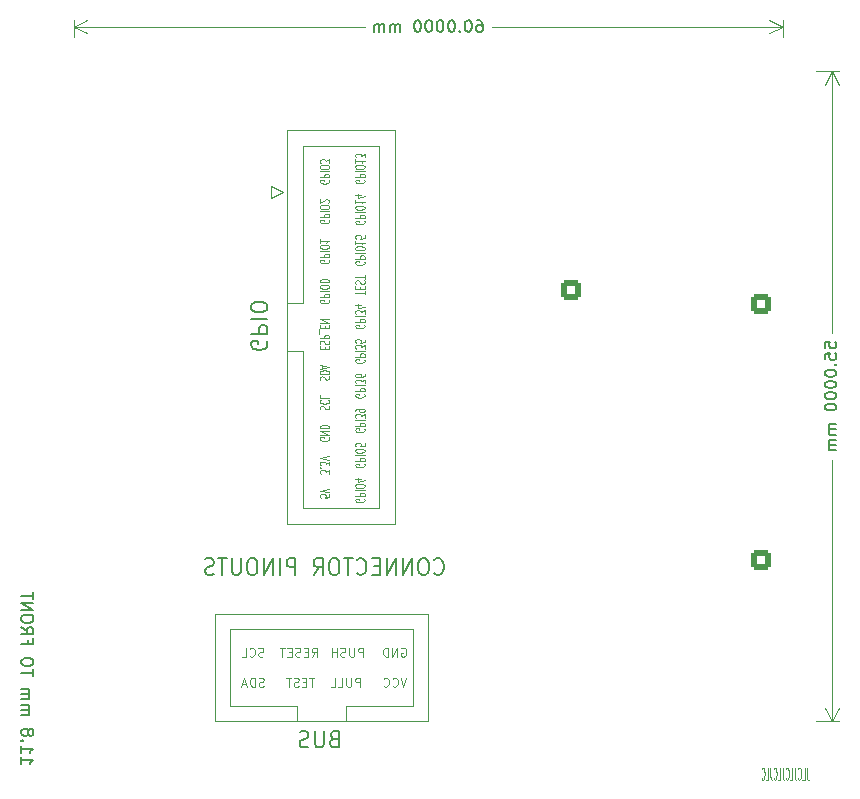
<source format=gbo>
%TF.GenerationSoftware,KiCad,Pcbnew,(6.0.4)*%
%TF.CreationDate,2022-04-04T21:54:52+02:00*%
%TF.ProjectId,MCU_INTERFACE_BOARD,4d43555f-494e-4544-9552-464143455f42,rev?*%
%TF.SameCoordinates,Original*%
%TF.FileFunction,Legend,Bot*%
%TF.FilePolarity,Positive*%
%FSLAX46Y46*%
G04 Gerber Fmt 4.6, Leading zero omitted, Abs format (unit mm)*
G04 Created by KiCad (PCBNEW (6.0.4)) date 2022-04-04 21:54:52*
%MOMM*%
%LPD*%
G01*
G04 APERTURE LIST*
G04 Aperture macros list*
%AMRoundRect*
0 Rectangle with rounded corners*
0 $1 Rounding radius*
0 $2 $3 $4 $5 $6 $7 $8 $9 X,Y pos of 4 corners*
0 Add a 4 corners polygon primitive as box body*
4,1,4,$2,$3,$4,$5,$6,$7,$8,$9,$2,$3,0*
0 Add four circle primitives for the rounded corners*
1,1,$1+$1,$2,$3*
1,1,$1+$1,$4,$5*
1,1,$1+$1,$6,$7*
1,1,$1+$1,$8,$9*
0 Add four rect primitives between the rounded corners*
20,1,$1+$1,$2,$3,$4,$5,0*
20,1,$1+$1,$4,$5,$6,$7,0*
20,1,$1+$1,$6,$7,$8,$9,0*
20,1,$1+$1,$8,$9,$2,$3,0*%
G04 Aperture macros list end*
%ADD10C,0.150000*%
%ADD11C,0.070000*%
%ADD12C,0.180000*%
%ADD13C,0.120000*%
%ADD14C,0.110000*%
%ADD15C,0.125000*%
%ADD16R,2.400000X2.400000*%
%ADD17C,2.400000*%
%ADD18C,5.600000*%
%ADD19R,1.700000X1.700000*%
%ADD20O,1.700000X1.700000*%
%ADD21RoundRect,0.250000X-0.600000X-0.600000X0.600000X-0.600000X0.600000X0.600000X-0.600000X0.600000X0*%
%ADD22C,1.700000*%
%ADD23RoundRect,0.250000X0.600000X0.600000X-0.600000X0.600000X-0.600000X-0.600000X0.600000X-0.600000X0*%
%ADD24C,1.600000*%
%ADD25O,1.600000X1.600000*%
%ADD26R,1.800000X1.800000*%
%ADD27C,1.800000*%
G04 APERTURE END LIST*
D10*
X104947619Y-132042857D02*
X104947619Y-132614285D01*
X104947619Y-132328571D02*
X105947619Y-132328571D01*
X105804761Y-132423809D01*
X105709523Y-132519047D01*
X105661904Y-132614285D01*
X104947619Y-131090476D02*
X104947619Y-131661904D01*
X104947619Y-131376190D02*
X105947619Y-131376190D01*
X105804761Y-131471428D01*
X105709523Y-131566666D01*
X105661904Y-131661904D01*
X105042857Y-130661904D02*
X104995238Y-130614285D01*
X104947619Y-130661904D01*
X104995238Y-130709523D01*
X105042857Y-130661904D01*
X104947619Y-130661904D01*
X105519047Y-130042857D02*
X105566666Y-130138095D01*
X105614285Y-130185714D01*
X105709523Y-130233333D01*
X105757142Y-130233333D01*
X105852380Y-130185714D01*
X105900000Y-130138095D01*
X105947619Y-130042857D01*
X105947619Y-129852380D01*
X105900000Y-129757142D01*
X105852380Y-129709523D01*
X105757142Y-129661904D01*
X105709523Y-129661904D01*
X105614285Y-129709523D01*
X105566666Y-129757142D01*
X105519047Y-129852380D01*
X105519047Y-130042857D01*
X105471428Y-130138095D01*
X105423809Y-130185714D01*
X105328571Y-130233333D01*
X105138095Y-130233333D01*
X105042857Y-130185714D01*
X104995238Y-130138095D01*
X104947619Y-130042857D01*
X104947619Y-129852380D01*
X104995238Y-129757142D01*
X105042857Y-129709523D01*
X105138095Y-129661904D01*
X105328571Y-129661904D01*
X105423809Y-129709523D01*
X105471428Y-129757142D01*
X105519047Y-129852380D01*
X104947619Y-128471428D02*
X105614285Y-128471428D01*
X105519047Y-128471428D02*
X105566666Y-128423809D01*
X105614285Y-128328571D01*
X105614285Y-128185714D01*
X105566666Y-128090476D01*
X105471428Y-128042857D01*
X104947619Y-128042857D01*
X105471428Y-128042857D02*
X105566666Y-127995238D01*
X105614285Y-127900000D01*
X105614285Y-127757142D01*
X105566666Y-127661904D01*
X105471428Y-127614285D01*
X104947619Y-127614285D01*
X104947619Y-127138095D02*
X105614285Y-127138095D01*
X105519047Y-127138095D02*
X105566666Y-127090476D01*
X105614285Y-126995238D01*
X105614285Y-126852380D01*
X105566666Y-126757142D01*
X105471428Y-126709523D01*
X104947619Y-126709523D01*
X105471428Y-126709523D02*
X105566666Y-126661904D01*
X105614285Y-126566666D01*
X105614285Y-126423809D01*
X105566666Y-126328571D01*
X105471428Y-126280952D01*
X104947619Y-126280952D01*
X105947619Y-125185714D02*
X105947619Y-124614285D01*
X104947619Y-124900000D02*
X105947619Y-124900000D01*
X105947619Y-124090476D02*
X105947619Y-123900000D01*
X105900000Y-123804761D01*
X105804761Y-123709523D01*
X105614285Y-123661904D01*
X105280952Y-123661904D01*
X105090476Y-123709523D01*
X104995238Y-123804761D01*
X104947619Y-123900000D01*
X104947619Y-124090476D01*
X104995238Y-124185714D01*
X105090476Y-124280952D01*
X105280952Y-124328571D01*
X105614285Y-124328571D01*
X105804761Y-124280952D01*
X105900000Y-124185714D01*
X105947619Y-124090476D01*
X105471428Y-122138095D02*
X105471428Y-122471428D01*
X104947619Y-122471428D02*
X105947619Y-122471428D01*
X105947619Y-121995238D01*
X104947619Y-121042857D02*
X105423809Y-121376190D01*
X104947619Y-121614285D02*
X105947619Y-121614285D01*
X105947619Y-121233333D01*
X105900000Y-121138095D01*
X105852380Y-121090476D01*
X105757142Y-121042857D01*
X105614285Y-121042857D01*
X105519047Y-121090476D01*
X105471428Y-121138095D01*
X105423809Y-121233333D01*
X105423809Y-121614285D01*
X105947619Y-120423809D02*
X105947619Y-120233333D01*
X105900000Y-120138095D01*
X105804761Y-120042857D01*
X105614285Y-119995238D01*
X105280952Y-119995238D01*
X105090476Y-120042857D01*
X104995238Y-120138095D01*
X104947619Y-120233333D01*
X104947619Y-120423809D01*
X104995238Y-120519047D01*
X105090476Y-120614285D01*
X105280952Y-120661904D01*
X105614285Y-120661904D01*
X105804761Y-120614285D01*
X105900000Y-120519047D01*
X105947619Y-120423809D01*
X104947619Y-119566666D02*
X105947619Y-119566666D01*
X104947619Y-118995238D01*
X105947619Y-118995238D01*
X105947619Y-118661904D02*
X105947619Y-118090476D01*
X104947619Y-118376190D02*
X105947619Y-118376190D01*
D11*
X171447619Y-132952380D02*
X171447619Y-133666666D01*
X171466666Y-133809523D01*
X171504761Y-133904761D01*
X171561904Y-133952380D01*
X171600000Y-133952380D01*
X171066666Y-133952380D02*
X171257142Y-133952380D01*
X171257142Y-132952380D01*
X170704761Y-133857142D02*
X170723809Y-133904761D01*
X170780952Y-133952380D01*
X170819047Y-133952380D01*
X170876190Y-133904761D01*
X170914285Y-133809523D01*
X170933333Y-133714285D01*
X170952380Y-133523809D01*
X170952380Y-133380952D01*
X170933333Y-133190476D01*
X170914285Y-133095238D01*
X170876190Y-133000000D01*
X170819047Y-132952380D01*
X170780952Y-132952380D01*
X170723809Y-133000000D01*
X170704761Y-133047619D01*
X170419047Y-132952380D02*
X170419047Y-133666666D01*
X170438095Y-133809523D01*
X170476190Y-133904761D01*
X170533333Y-133952380D01*
X170571428Y-133952380D01*
X170038095Y-133952380D02*
X170228571Y-133952380D01*
X170228571Y-132952380D01*
X169676190Y-133857142D02*
X169695238Y-133904761D01*
X169752380Y-133952380D01*
X169790476Y-133952380D01*
X169847619Y-133904761D01*
X169885714Y-133809523D01*
X169904761Y-133714285D01*
X169923809Y-133523809D01*
X169923809Y-133380952D01*
X169904761Y-133190476D01*
X169885714Y-133095238D01*
X169847619Y-133000000D01*
X169790476Y-132952380D01*
X169752380Y-132952380D01*
X169695238Y-133000000D01*
X169676190Y-133047619D01*
X169390476Y-132952380D02*
X169390476Y-133666666D01*
X169409523Y-133809523D01*
X169447619Y-133904761D01*
X169504761Y-133952380D01*
X169542857Y-133952380D01*
X169009523Y-133952380D02*
X169200000Y-133952380D01*
X169200000Y-132952380D01*
X168647619Y-133857142D02*
X168666666Y-133904761D01*
X168723809Y-133952380D01*
X168761904Y-133952380D01*
X168819047Y-133904761D01*
X168857142Y-133809523D01*
X168876190Y-133714285D01*
X168895238Y-133523809D01*
X168895238Y-133380952D01*
X168876190Y-133190476D01*
X168857142Y-133095238D01*
X168819047Y-133000000D01*
X168761904Y-132952380D01*
X168723809Y-132952380D01*
X168666666Y-133000000D01*
X168647619Y-133047619D01*
X168361904Y-132952380D02*
X168361904Y-133666666D01*
X168380952Y-133809523D01*
X168419047Y-133904761D01*
X168476190Y-133952380D01*
X168514285Y-133952380D01*
X167980952Y-133952380D02*
X168171428Y-133952380D01*
X168171428Y-132952380D01*
X167619047Y-133857142D02*
X167638095Y-133904761D01*
X167695238Y-133952380D01*
X167733333Y-133952380D01*
X167790476Y-133904761D01*
X167828571Y-133809523D01*
X167847619Y-133714285D01*
X167866666Y-133523809D01*
X167866666Y-133380952D01*
X167847619Y-133190476D01*
X167828571Y-133095238D01*
X167790476Y-133000000D01*
X167733333Y-132952380D01*
X167695238Y-132952380D01*
X167638095Y-133000000D01*
X167619047Y-133047619D01*
D12*
X125717500Y-96857500D02*
X125784166Y-96981309D01*
X125784166Y-97167023D01*
X125717500Y-97352738D01*
X125584166Y-97476547D01*
X125450833Y-97538452D01*
X125184166Y-97600357D01*
X124984166Y-97600357D01*
X124717500Y-97538452D01*
X124584166Y-97476547D01*
X124450833Y-97352738D01*
X124384166Y-97167023D01*
X124384166Y-97043214D01*
X124450833Y-96857500D01*
X124517500Y-96795595D01*
X124984166Y-96795595D01*
X124984166Y-97043214D01*
X124384166Y-96238452D02*
X125784166Y-96238452D01*
X125784166Y-95743214D01*
X125717500Y-95619404D01*
X125650833Y-95557500D01*
X125517500Y-95495595D01*
X125317500Y-95495595D01*
X125184166Y-95557500D01*
X125117500Y-95619404D01*
X125050833Y-95743214D01*
X125050833Y-96238452D01*
X124384166Y-94938452D02*
X125784166Y-94938452D01*
X125784166Y-94071785D02*
X125784166Y-93824166D01*
X125717500Y-93700357D01*
X125584166Y-93576547D01*
X125317500Y-93514642D01*
X124850833Y-93514642D01*
X124584166Y-93576547D01*
X124450833Y-93700357D01*
X124384166Y-93824166D01*
X124384166Y-94071785D01*
X124450833Y-94195595D01*
X124584166Y-94319404D01*
X124850833Y-94381309D01*
X125317500Y-94381309D01*
X125584166Y-94319404D01*
X125717500Y-94195595D01*
X125784166Y-94071785D01*
X131407142Y-130500000D02*
X131221428Y-130566666D01*
X131159523Y-130633333D01*
X131097619Y-130766666D01*
X131097619Y-130966666D01*
X131159523Y-131100000D01*
X131221428Y-131166666D01*
X131345238Y-131233333D01*
X131840476Y-131233333D01*
X131840476Y-129833333D01*
X131407142Y-129833333D01*
X131283333Y-129900000D01*
X131221428Y-129966666D01*
X131159523Y-130100000D01*
X131159523Y-130233333D01*
X131221428Y-130366666D01*
X131283333Y-130433333D01*
X131407142Y-130500000D01*
X131840476Y-130500000D01*
X130540476Y-129833333D02*
X130540476Y-130966666D01*
X130478571Y-131100000D01*
X130416666Y-131166666D01*
X130292857Y-131233333D01*
X130045238Y-131233333D01*
X129921428Y-131166666D01*
X129859523Y-131100000D01*
X129797619Y-130966666D01*
X129797619Y-129833333D01*
X129240476Y-131166666D02*
X129054761Y-131233333D01*
X128745238Y-131233333D01*
X128621428Y-131166666D01*
X128559523Y-131100000D01*
X128497619Y-130966666D01*
X128497619Y-130833333D01*
X128559523Y-130700000D01*
X128621428Y-130633333D01*
X128745238Y-130566666D01*
X128992857Y-130500000D01*
X129116666Y-130433333D01*
X129178571Y-130366666D01*
X129240476Y-130233333D01*
X129240476Y-130100000D01*
X129178571Y-129966666D01*
X129116666Y-129900000D01*
X128992857Y-129833333D01*
X128683333Y-129833333D01*
X128497619Y-129900000D01*
X139916666Y-116500000D02*
X139978571Y-116566666D01*
X140164285Y-116633333D01*
X140288095Y-116633333D01*
X140473809Y-116566666D01*
X140597619Y-116433333D01*
X140659523Y-116300000D01*
X140721428Y-116033333D01*
X140721428Y-115833333D01*
X140659523Y-115566666D01*
X140597619Y-115433333D01*
X140473809Y-115300000D01*
X140288095Y-115233333D01*
X140164285Y-115233333D01*
X139978571Y-115300000D01*
X139916666Y-115366666D01*
X139111904Y-115233333D02*
X138864285Y-115233333D01*
X138740476Y-115300000D01*
X138616666Y-115433333D01*
X138554761Y-115700000D01*
X138554761Y-116166666D01*
X138616666Y-116433333D01*
X138740476Y-116566666D01*
X138864285Y-116633333D01*
X139111904Y-116633333D01*
X139235714Y-116566666D01*
X139359523Y-116433333D01*
X139421428Y-116166666D01*
X139421428Y-115700000D01*
X139359523Y-115433333D01*
X139235714Y-115300000D01*
X139111904Y-115233333D01*
X137997619Y-116633333D02*
X137997619Y-115233333D01*
X137254761Y-116633333D01*
X137254761Y-115233333D01*
X136635714Y-116633333D02*
X136635714Y-115233333D01*
X135892857Y-116633333D01*
X135892857Y-115233333D01*
X135273809Y-115900000D02*
X134840476Y-115900000D01*
X134654761Y-116633333D02*
X135273809Y-116633333D01*
X135273809Y-115233333D01*
X134654761Y-115233333D01*
X133354761Y-116500000D02*
X133416666Y-116566666D01*
X133602380Y-116633333D01*
X133726190Y-116633333D01*
X133911904Y-116566666D01*
X134035714Y-116433333D01*
X134097619Y-116300000D01*
X134159523Y-116033333D01*
X134159523Y-115833333D01*
X134097619Y-115566666D01*
X134035714Y-115433333D01*
X133911904Y-115300000D01*
X133726190Y-115233333D01*
X133602380Y-115233333D01*
X133416666Y-115300000D01*
X133354761Y-115366666D01*
X132983333Y-115233333D02*
X132240476Y-115233333D01*
X132611904Y-116633333D02*
X132611904Y-115233333D01*
X131559523Y-115233333D02*
X131311904Y-115233333D01*
X131188095Y-115300000D01*
X131064285Y-115433333D01*
X131002380Y-115700000D01*
X131002380Y-116166666D01*
X131064285Y-116433333D01*
X131188095Y-116566666D01*
X131311904Y-116633333D01*
X131559523Y-116633333D01*
X131683333Y-116566666D01*
X131807142Y-116433333D01*
X131869047Y-116166666D01*
X131869047Y-115700000D01*
X131807142Y-115433333D01*
X131683333Y-115300000D01*
X131559523Y-115233333D01*
X129702380Y-116633333D02*
X130135714Y-115966666D01*
X130445238Y-116633333D02*
X130445238Y-115233333D01*
X129950000Y-115233333D01*
X129826190Y-115300000D01*
X129764285Y-115366666D01*
X129702380Y-115500000D01*
X129702380Y-115700000D01*
X129764285Y-115833333D01*
X129826190Y-115900000D01*
X129950000Y-115966666D01*
X130445238Y-115966666D01*
X128154761Y-116633333D02*
X128154761Y-115233333D01*
X127659523Y-115233333D01*
X127535714Y-115300000D01*
X127473809Y-115366666D01*
X127411904Y-115500000D01*
X127411904Y-115700000D01*
X127473809Y-115833333D01*
X127535714Y-115900000D01*
X127659523Y-115966666D01*
X128154761Y-115966666D01*
X126854761Y-116633333D02*
X126854761Y-115233333D01*
X126235714Y-116633333D02*
X126235714Y-115233333D01*
X125492857Y-116633333D01*
X125492857Y-115233333D01*
X124626190Y-115233333D02*
X124378571Y-115233333D01*
X124254761Y-115300000D01*
X124130952Y-115433333D01*
X124069047Y-115700000D01*
X124069047Y-116166666D01*
X124130952Y-116433333D01*
X124254761Y-116566666D01*
X124378571Y-116633333D01*
X124626190Y-116633333D01*
X124750000Y-116566666D01*
X124873809Y-116433333D01*
X124935714Y-116166666D01*
X124935714Y-115700000D01*
X124873809Y-115433333D01*
X124750000Y-115300000D01*
X124626190Y-115233333D01*
X123511904Y-115233333D02*
X123511904Y-116366666D01*
X123450000Y-116500000D01*
X123388095Y-116566666D01*
X123264285Y-116633333D01*
X123016666Y-116633333D01*
X122892857Y-116566666D01*
X122830952Y-116500000D01*
X122769047Y-116366666D01*
X122769047Y-115233333D01*
X122335714Y-115233333D02*
X121592857Y-115233333D01*
X121964285Y-116633333D02*
X121964285Y-115233333D01*
X121221428Y-116566666D02*
X121035714Y-116633333D01*
X120726190Y-116633333D01*
X120602380Y-116566666D01*
X120540476Y-116500000D01*
X120478571Y-116366666D01*
X120478571Y-116233333D01*
X120540476Y-116100000D01*
X120602380Y-116033333D01*
X120726190Y-115966666D01*
X120973809Y-115900000D01*
X121097619Y-115833333D01*
X121159523Y-115766666D01*
X121221428Y-115633333D01*
X121221428Y-115500000D01*
X121159523Y-115366666D01*
X121097619Y-115300000D01*
X120973809Y-115233333D01*
X120664285Y-115233333D01*
X120478571Y-115300000D01*
D10*
X172952380Y-97404761D02*
X172952380Y-96928571D01*
X173428571Y-96880952D01*
X173380952Y-96928571D01*
X173333333Y-97023809D01*
X173333333Y-97261904D01*
X173380952Y-97357142D01*
X173428571Y-97404761D01*
X173523809Y-97452380D01*
X173761904Y-97452380D01*
X173857142Y-97404761D01*
X173904761Y-97357142D01*
X173952380Y-97261904D01*
X173952380Y-97023809D01*
X173904761Y-96928571D01*
X173857142Y-96880952D01*
X172952380Y-98357142D02*
X172952380Y-97880952D01*
X173428571Y-97833333D01*
X173380952Y-97880952D01*
X173333333Y-97976190D01*
X173333333Y-98214285D01*
X173380952Y-98309523D01*
X173428571Y-98357142D01*
X173523809Y-98404761D01*
X173761904Y-98404761D01*
X173857142Y-98357142D01*
X173904761Y-98309523D01*
X173952380Y-98214285D01*
X173952380Y-97976190D01*
X173904761Y-97880952D01*
X173857142Y-97833333D01*
X173857142Y-98833333D02*
X173904761Y-98880952D01*
X173952380Y-98833333D01*
X173904761Y-98785714D01*
X173857142Y-98833333D01*
X173952380Y-98833333D01*
X172952380Y-99500000D02*
X172952380Y-99595238D01*
X173000000Y-99690476D01*
X173047619Y-99738095D01*
X173142857Y-99785714D01*
X173333333Y-99833333D01*
X173571428Y-99833333D01*
X173761904Y-99785714D01*
X173857142Y-99738095D01*
X173904761Y-99690476D01*
X173952380Y-99595238D01*
X173952380Y-99500000D01*
X173904761Y-99404761D01*
X173857142Y-99357142D01*
X173761904Y-99309523D01*
X173571428Y-99261904D01*
X173333333Y-99261904D01*
X173142857Y-99309523D01*
X173047619Y-99357142D01*
X173000000Y-99404761D01*
X172952380Y-99500000D01*
X172952380Y-100452380D02*
X172952380Y-100547619D01*
X173000000Y-100642857D01*
X173047619Y-100690476D01*
X173142857Y-100738095D01*
X173333333Y-100785714D01*
X173571428Y-100785714D01*
X173761904Y-100738095D01*
X173857142Y-100690476D01*
X173904761Y-100642857D01*
X173952380Y-100547619D01*
X173952380Y-100452380D01*
X173904761Y-100357142D01*
X173857142Y-100309523D01*
X173761904Y-100261904D01*
X173571428Y-100214285D01*
X173333333Y-100214285D01*
X173142857Y-100261904D01*
X173047619Y-100309523D01*
X173000000Y-100357142D01*
X172952380Y-100452380D01*
X172952380Y-101404761D02*
X172952380Y-101500000D01*
X173000000Y-101595238D01*
X173047619Y-101642857D01*
X173142857Y-101690476D01*
X173333333Y-101738095D01*
X173571428Y-101738095D01*
X173761904Y-101690476D01*
X173857142Y-101642857D01*
X173904761Y-101595238D01*
X173952380Y-101500000D01*
X173952380Y-101404761D01*
X173904761Y-101309523D01*
X173857142Y-101261904D01*
X173761904Y-101214285D01*
X173571428Y-101166666D01*
X173333333Y-101166666D01*
X173142857Y-101214285D01*
X173047619Y-101261904D01*
X173000000Y-101309523D01*
X172952380Y-101404761D01*
X172952380Y-102357142D02*
X172952380Y-102452380D01*
X173000000Y-102547619D01*
X173047619Y-102595238D01*
X173142857Y-102642857D01*
X173333333Y-102690476D01*
X173571428Y-102690476D01*
X173761904Y-102642857D01*
X173857142Y-102595238D01*
X173904761Y-102547619D01*
X173952380Y-102452380D01*
X173952380Y-102357142D01*
X173904761Y-102261904D01*
X173857142Y-102214285D01*
X173761904Y-102166666D01*
X173571428Y-102119047D01*
X173333333Y-102119047D01*
X173142857Y-102166666D01*
X173047619Y-102214285D01*
X173000000Y-102261904D01*
X172952380Y-102357142D01*
X173952380Y-103880952D02*
X173285714Y-103880952D01*
X173380952Y-103880952D02*
X173333333Y-103928571D01*
X173285714Y-104023809D01*
X173285714Y-104166666D01*
X173333333Y-104261904D01*
X173428571Y-104309523D01*
X173952380Y-104309523D01*
X173428571Y-104309523D02*
X173333333Y-104357142D01*
X173285714Y-104452380D01*
X173285714Y-104595238D01*
X173333333Y-104690476D01*
X173428571Y-104738095D01*
X173952380Y-104738095D01*
X173952380Y-105214285D02*
X173285714Y-105214285D01*
X173380952Y-105214285D02*
X173333333Y-105261904D01*
X173285714Y-105357142D01*
X173285714Y-105500000D01*
X173333333Y-105595238D01*
X173428571Y-105642857D01*
X173952380Y-105642857D01*
X173428571Y-105642857D02*
X173333333Y-105690476D01*
X173285714Y-105785714D01*
X173285714Y-105928571D01*
X173333333Y-106023809D01*
X173428571Y-106071428D01*
X173952380Y-106071428D01*
D13*
X169900000Y-74000000D02*
X174186420Y-74000000D01*
X169900000Y-129000000D02*
X174186420Y-129000000D01*
X173600000Y-74000000D02*
X173600000Y-96115476D01*
X173600000Y-106884524D02*
X173600000Y-129000000D01*
X173600000Y-74000000D02*
X173013579Y-75126504D01*
X173600000Y-74000000D02*
X174186421Y-75126504D01*
X173600000Y-129000000D02*
X174186421Y-127873496D01*
X173600000Y-129000000D02*
X173013579Y-127873496D01*
D10*
X143542857Y-69652380D02*
X143733333Y-69652380D01*
X143828571Y-69700000D01*
X143876190Y-69747619D01*
X143971428Y-69890476D01*
X144019047Y-70080952D01*
X144019047Y-70461904D01*
X143971428Y-70557142D01*
X143923809Y-70604761D01*
X143828571Y-70652380D01*
X143638095Y-70652380D01*
X143542857Y-70604761D01*
X143495238Y-70557142D01*
X143447619Y-70461904D01*
X143447619Y-70223809D01*
X143495238Y-70128571D01*
X143542857Y-70080952D01*
X143638095Y-70033333D01*
X143828571Y-70033333D01*
X143923809Y-70080952D01*
X143971428Y-70128571D01*
X144019047Y-70223809D01*
X142828571Y-69652380D02*
X142733333Y-69652380D01*
X142638095Y-69700000D01*
X142590476Y-69747619D01*
X142542857Y-69842857D01*
X142495238Y-70033333D01*
X142495238Y-70271428D01*
X142542857Y-70461904D01*
X142590476Y-70557142D01*
X142638095Y-70604761D01*
X142733333Y-70652380D01*
X142828571Y-70652380D01*
X142923809Y-70604761D01*
X142971428Y-70557142D01*
X143019047Y-70461904D01*
X143066666Y-70271428D01*
X143066666Y-70033333D01*
X143019047Y-69842857D01*
X142971428Y-69747619D01*
X142923809Y-69700000D01*
X142828571Y-69652380D01*
X142066666Y-70557142D02*
X142019047Y-70604761D01*
X142066666Y-70652380D01*
X142114285Y-70604761D01*
X142066666Y-70557142D01*
X142066666Y-70652380D01*
X141400000Y-69652380D02*
X141304761Y-69652380D01*
X141209523Y-69700000D01*
X141161904Y-69747619D01*
X141114285Y-69842857D01*
X141066666Y-70033333D01*
X141066666Y-70271428D01*
X141114285Y-70461904D01*
X141161904Y-70557142D01*
X141209523Y-70604761D01*
X141304761Y-70652380D01*
X141400000Y-70652380D01*
X141495238Y-70604761D01*
X141542857Y-70557142D01*
X141590476Y-70461904D01*
X141638095Y-70271428D01*
X141638095Y-70033333D01*
X141590476Y-69842857D01*
X141542857Y-69747619D01*
X141495238Y-69700000D01*
X141400000Y-69652380D01*
X140447619Y-69652380D02*
X140352380Y-69652380D01*
X140257142Y-69700000D01*
X140209523Y-69747619D01*
X140161904Y-69842857D01*
X140114285Y-70033333D01*
X140114285Y-70271428D01*
X140161904Y-70461904D01*
X140209523Y-70557142D01*
X140257142Y-70604761D01*
X140352380Y-70652380D01*
X140447619Y-70652380D01*
X140542857Y-70604761D01*
X140590476Y-70557142D01*
X140638095Y-70461904D01*
X140685714Y-70271428D01*
X140685714Y-70033333D01*
X140638095Y-69842857D01*
X140590476Y-69747619D01*
X140542857Y-69700000D01*
X140447619Y-69652380D01*
X139495238Y-69652380D02*
X139400000Y-69652380D01*
X139304761Y-69700000D01*
X139257142Y-69747619D01*
X139209523Y-69842857D01*
X139161904Y-70033333D01*
X139161904Y-70271428D01*
X139209523Y-70461904D01*
X139257142Y-70557142D01*
X139304761Y-70604761D01*
X139400000Y-70652380D01*
X139495238Y-70652380D01*
X139590476Y-70604761D01*
X139638095Y-70557142D01*
X139685714Y-70461904D01*
X139733333Y-70271428D01*
X139733333Y-70033333D01*
X139685714Y-69842857D01*
X139638095Y-69747619D01*
X139590476Y-69700000D01*
X139495238Y-69652380D01*
X138542857Y-69652380D02*
X138447619Y-69652380D01*
X138352380Y-69700000D01*
X138304761Y-69747619D01*
X138257142Y-69842857D01*
X138209523Y-70033333D01*
X138209523Y-70271428D01*
X138257142Y-70461904D01*
X138304761Y-70557142D01*
X138352380Y-70604761D01*
X138447619Y-70652380D01*
X138542857Y-70652380D01*
X138638095Y-70604761D01*
X138685714Y-70557142D01*
X138733333Y-70461904D01*
X138780952Y-70271428D01*
X138780952Y-70033333D01*
X138733333Y-69842857D01*
X138685714Y-69747619D01*
X138638095Y-69700000D01*
X138542857Y-69652380D01*
X137019047Y-70652380D02*
X137019047Y-69985714D01*
X137019047Y-70080952D02*
X136971428Y-70033333D01*
X136876190Y-69985714D01*
X136733333Y-69985714D01*
X136638095Y-70033333D01*
X136590476Y-70128571D01*
X136590476Y-70652380D01*
X136590476Y-70128571D02*
X136542857Y-70033333D01*
X136447619Y-69985714D01*
X136304761Y-69985714D01*
X136209523Y-70033333D01*
X136161904Y-70128571D01*
X136161904Y-70652380D01*
X135685714Y-70652380D02*
X135685714Y-69985714D01*
X135685714Y-70080952D02*
X135638095Y-70033333D01*
X135542857Y-69985714D01*
X135400000Y-69985714D01*
X135304761Y-70033333D01*
X135257142Y-70128571D01*
X135257142Y-70652380D01*
X135257142Y-70128571D02*
X135209523Y-70033333D01*
X135114285Y-69985714D01*
X134971428Y-69985714D01*
X134876190Y-70033333D01*
X134828571Y-70128571D01*
X134828571Y-70652380D01*
D13*
X109400000Y-73500000D02*
X109400000Y-69613580D01*
X169400000Y-73500000D02*
X169400000Y-69613580D01*
X109400000Y-70200000D02*
X134015476Y-70200000D01*
X144784524Y-70200000D02*
X169400000Y-70200000D01*
X109400000Y-70200000D02*
X110526504Y-70786421D01*
X109400000Y-70200000D02*
X110526504Y-69613579D01*
X169400000Y-70200000D02*
X168273496Y-69613579D01*
X169400000Y-70200000D02*
X168273496Y-70786421D01*
D14*
X133967500Y-98391891D02*
X134005595Y-98439510D01*
X134005595Y-98510939D01*
X133967500Y-98582367D01*
X133891309Y-98629986D01*
X133815119Y-98653796D01*
X133662738Y-98677606D01*
X133548452Y-98677606D01*
X133396071Y-98653796D01*
X133319880Y-98629986D01*
X133243690Y-98582367D01*
X133205595Y-98510939D01*
X133205595Y-98463320D01*
X133243690Y-98391891D01*
X133281785Y-98368082D01*
X133548452Y-98368082D01*
X133548452Y-98463320D01*
X133205595Y-98153796D02*
X134005595Y-98153796D01*
X134005595Y-97963320D01*
X133967500Y-97915701D01*
X133929404Y-97891891D01*
X133853214Y-97868082D01*
X133738928Y-97868082D01*
X133662738Y-97891891D01*
X133624642Y-97915701D01*
X133586547Y-97963320D01*
X133586547Y-98153796D01*
X133205595Y-97653796D02*
X134005595Y-97653796D01*
X134005595Y-97463320D02*
X134005595Y-97153796D01*
X133700833Y-97320463D01*
X133700833Y-97249034D01*
X133662738Y-97201415D01*
X133624642Y-97177606D01*
X133548452Y-97153796D01*
X133357976Y-97153796D01*
X133281785Y-97177606D01*
X133243690Y-97201415D01*
X133205595Y-97249034D01*
X133205595Y-97391891D01*
X133243690Y-97439510D01*
X133281785Y-97463320D01*
X134005595Y-96701415D02*
X134005595Y-96939510D01*
X133624642Y-96963320D01*
X133662738Y-96939510D01*
X133700833Y-96891891D01*
X133700833Y-96772844D01*
X133662738Y-96725225D01*
X133624642Y-96701415D01*
X133548452Y-96677606D01*
X133357976Y-96677606D01*
X133281785Y-96701415D01*
X133243690Y-96725225D01*
X133205595Y-96772844D01*
X133205595Y-96891891D01*
X133243690Y-96939510D01*
X133281785Y-96963320D01*
X133967500Y-101321785D02*
X134005595Y-101369404D01*
X134005595Y-101440833D01*
X133967500Y-101512261D01*
X133891309Y-101559880D01*
X133815119Y-101583690D01*
X133662738Y-101607500D01*
X133548452Y-101607500D01*
X133396071Y-101583690D01*
X133319880Y-101559880D01*
X133243690Y-101512261D01*
X133205595Y-101440833D01*
X133205595Y-101393214D01*
X133243690Y-101321785D01*
X133281785Y-101297976D01*
X133548452Y-101297976D01*
X133548452Y-101393214D01*
X133205595Y-101083690D02*
X134005595Y-101083690D01*
X134005595Y-100893214D01*
X133967500Y-100845595D01*
X133929404Y-100821785D01*
X133853214Y-100797976D01*
X133738928Y-100797976D01*
X133662738Y-100821785D01*
X133624642Y-100845595D01*
X133586547Y-100893214D01*
X133586547Y-101083690D01*
X133205595Y-100583690D02*
X134005595Y-100583690D01*
X134005595Y-100393214D02*
X134005595Y-100083690D01*
X133700833Y-100250357D01*
X133700833Y-100178928D01*
X133662738Y-100131309D01*
X133624642Y-100107500D01*
X133548452Y-100083690D01*
X133357976Y-100083690D01*
X133281785Y-100107500D01*
X133243690Y-100131309D01*
X133205595Y-100178928D01*
X133205595Y-100321785D01*
X133243690Y-100369404D01*
X133281785Y-100393214D01*
X134005595Y-99655119D02*
X134005595Y-99750357D01*
X133967500Y-99797976D01*
X133929404Y-99821785D01*
X133815119Y-99869404D01*
X133662738Y-99893214D01*
X133357976Y-99893214D01*
X133281785Y-99869404D01*
X133243690Y-99845595D01*
X133205595Y-99797976D01*
X133205595Y-99702738D01*
X133243690Y-99655119D01*
X133281785Y-99631309D01*
X133357976Y-99607500D01*
X133548452Y-99607500D01*
X133624642Y-99631309D01*
X133662738Y-99655119D01*
X133700833Y-99702738D01*
X133700833Y-99797976D01*
X133662738Y-99845595D01*
X133624642Y-99869404D01*
X133548452Y-99893214D01*
X133967500Y-83194801D02*
X134005595Y-83242420D01*
X134005595Y-83313849D01*
X133967500Y-83385277D01*
X133891309Y-83432896D01*
X133815119Y-83456706D01*
X133662738Y-83480515D01*
X133548452Y-83480515D01*
X133396071Y-83456706D01*
X133319880Y-83432896D01*
X133243690Y-83385277D01*
X133205595Y-83313849D01*
X133205595Y-83266230D01*
X133243690Y-83194801D01*
X133281785Y-83170991D01*
X133548452Y-83170991D01*
X133548452Y-83266230D01*
X133205595Y-82956706D02*
X134005595Y-82956706D01*
X134005595Y-82766230D01*
X133967500Y-82718611D01*
X133929404Y-82694801D01*
X133853214Y-82670991D01*
X133738928Y-82670991D01*
X133662738Y-82694801D01*
X133624642Y-82718611D01*
X133586547Y-82766230D01*
X133586547Y-82956706D01*
X133205595Y-82456706D02*
X134005595Y-82456706D01*
X134005595Y-82123372D02*
X134005595Y-82028134D01*
X133967500Y-81980515D01*
X133891309Y-81932896D01*
X133738928Y-81909087D01*
X133472261Y-81909087D01*
X133319880Y-81932896D01*
X133243690Y-81980515D01*
X133205595Y-82028134D01*
X133205595Y-82123372D01*
X133243690Y-82170991D01*
X133319880Y-82218611D01*
X133472261Y-82242420D01*
X133738928Y-82242420D01*
X133891309Y-82218611D01*
X133967500Y-82170991D01*
X134005595Y-82123372D01*
X133205595Y-81432896D02*
X133205595Y-81718611D01*
X133205595Y-81575753D02*
X134005595Y-81575753D01*
X133891309Y-81623372D01*
X133815119Y-81670991D01*
X133777023Y-81718611D01*
X134005595Y-81266230D02*
X134005595Y-80956706D01*
X133700833Y-81123372D01*
X133700833Y-81051944D01*
X133662738Y-81004325D01*
X133624642Y-80980515D01*
X133548452Y-80956706D01*
X133357976Y-80956706D01*
X133281785Y-80980515D01*
X133243690Y-81004325D01*
X133205595Y-81051944D01*
X133205595Y-81194801D01*
X133243690Y-81242420D01*
X133281785Y-81266230D01*
X133967500Y-107229192D02*
X134005595Y-107276811D01*
X134005595Y-107348239D01*
X133967500Y-107419668D01*
X133891309Y-107467287D01*
X133815119Y-107491097D01*
X133662738Y-107514906D01*
X133548452Y-107514906D01*
X133396071Y-107491097D01*
X133319880Y-107467287D01*
X133243690Y-107419668D01*
X133205595Y-107348239D01*
X133205595Y-107300620D01*
X133243690Y-107229192D01*
X133281785Y-107205382D01*
X133548452Y-107205382D01*
X133548452Y-107300620D01*
X133205595Y-106991097D02*
X134005595Y-106991097D01*
X134005595Y-106800620D01*
X133967500Y-106753001D01*
X133929404Y-106729192D01*
X133853214Y-106705382D01*
X133738928Y-106705382D01*
X133662738Y-106729192D01*
X133624642Y-106753001D01*
X133586547Y-106800620D01*
X133586547Y-106991097D01*
X133205595Y-106491097D02*
X134005595Y-106491097D01*
X134005595Y-106157763D02*
X134005595Y-106062525D01*
X133967500Y-106014906D01*
X133891309Y-105967287D01*
X133738928Y-105943477D01*
X133472261Y-105943477D01*
X133319880Y-105967287D01*
X133243690Y-106014906D01*
X133205595Y-106062525D01*
X133205595Y-106157763D01*
X133243690Y-106205382D01*
X133319880Y-106253001D01*
X133472261Y-106276811D01*
X133738928Y-106276811D01*
X133891309Y-106253001D01*
X133967500Y-106205382D01*
X134005595Y-106157763D01*
X134005595Y-105491097D02*
X134005595Y-105729192D01*
X133624642Y-105753001D01*
X133662738Y-105729192D01*
X133700833Y-105681573D01*
X133700833Y-105562525D01*
X133662738Y-105514906D01*
X133624642Y-105491097D01*
X133548452Y-105467287D01*
X133357976Y-105467287D01*
X133281785Y-105491097D01*
X133243690Y-105514906D01*
X133205595Y-105562525D01*
X133205595Y-105681573D01*
X133243690Y-105729192D01*
X133281785Y-105753001D01*
X130967500Y-93337662D02*
X131005595Y-93385281D01*
X131005595Y-93456709D01*
X130967500Y-93528138D01*
X130891309Y-93575757D01*
X130815119Y-93599567D01*
X130662738Y-93623376D01*
X130548452Y-93623376D01*
X130396071Y-93599567D01*
X130319880Y-93575757D01*
X130243690Y-93528138D01*
X130205595Y-93456709D01*
X130205595Y-93409090D01*
X130243690Y-93337662D01*
X130281785Y-93313852D01*
X130548452Y-93313852D01*
X130548452Y-93409090D01*
X130205595Y-93099567D02*
X131005595Y-93099567D01*
X131005595Y-92909090D01*
X130967500Y-92861471D01*
X130929404Y-92837662D01*
X130853214Y-92813852D01*
X130738928Y-92813852D01*
X130662738Y-92837662D01*
X130624642Y-92861471D01*
X130586547Y-92909090D01*
X130586547Y-93099567D01*
X130205595Y-92599567D02*
X131005595Y-92599567D01*
X131005595Y-92266233D02*
X131005595Y-92170995D01*
X130967500Y-92123376D01*
X130891309Y-92075757D01*
X130738928Y-92051947D01*
X130472261Y-92051947D01*
X130319880Y-92075757D01*
X130243690Y-92123376D01*
X130205595Y-92170995D01*
X130205595Y-92266233D01*
X130243690Y-92313852D01*
X130319880Y-92361471D01*
X130472261Y-92385281D01*
X130738928Y-92385281D01*
X130891309Y-92361471D01*
X130967500Y-92313852D01*
X131005595Y-92266233D01*
X131005595Y-91742424D02*
X131005595Y-91694805D01*
X130967500Y-91647186D01*
X130929404Y-91623376D01*
X130853214Y-91599567D01*
X130700833Y-91575757D01*
X130510357Y-91575757D01*
X130357976Y-91599567D01*
X130281785Y-91623376D01*
X130243690Y-91647186D01*
X130205595Y-91694805D01*
X130205595Y-91742424D01*
X130243690Y-91790043D01*
X130281785Y-91813852D01*
X130357976Y-91837662D01*
X130510357Y-91861471D01*
X130700833Y-91861471D01*
X130853214Y-91837662D01*
X130929404Y-91813852D01*
X130967500Y-91790043D01*
X131005595Y-91742424D01*
X130624642Y-97524169D02*
X130624642Y-97357502D01*
X130205595Y-97286074D02*
X130205595Y-97524169D01*
X131005595Y-97524169D01*
X131005595Y-97286074D01*
X130243690Y-97095598D02*
X130205595Y-97024169D01*
X130205595Y-96905121D01*
X130243690Y-96857502D01*
X130281785Y-96833693D01*
X130357976Y-96809883D01*
X130434166Y-96809883D01*
X130510357Y-96833693D01*
X130548452Y-96857502D01*
X130586547Y-96905121D01*
X130624642Y-97000360D01*
X130662738Y-97047979D01*
X130700833Y-97071788D01*
X130777023Y-97095598D01*
X130853214Y-97095598D01*
X130929404Y-97071788D01*
X130967500Y-97047979D01*
X131005595Y-97000360D01*
X131005595Y-96881312D01*
X130967500Y-96809883D01*
X130205595Y-96595598D02*
X131005595Y-96595598D01*
X131005595Y-96405121D01*
X130967500Y-96357502D01*
X130929404Y-96333693D01*
X130853214Y-96309883D01*
X130738928Y-96309883D01*
X130662738Y-96333693D01*
X130624642Y-96357502D01*
X130586547Y-96405121D01*
X130586547Y-96595598D01*
X130129404Y-96214645D02*
X130129404Y-95833693D01*
X130624642Y-95714645D02*
X130624642Y-95547979D01*
X130205595Y-95476550D02*
X130205595Y-95714645D01*
X131005595Y-95714645D01*
X131005595Y-95476550D01*
X130205595Y-95262264D02*
X131005595Y-95262264D01*
X130205595Y-94976550D01*
X131005595Y-94976550D01*
X130967500Y-104988452D02*
X131005595Y-105036071D01*
X131005595Y-105107500D01*
X130967500Y-105178928D01*
X130891309Y-105226547D01*
X130815119Y-105250357D01*
X130662738Y-105274166D01*
X130548452Y-105274166D01*
X130396071Y-105250357D01*
X130319880Y-105226547D01*
X130243690Y-105178928D01*
X130205595Y-105107500D01*
X130205595Y-105059880D01*
X130243690Y-104988452D01*
X130281785Y-104964642D01*
X130548452Y-104964642D01*
X130548452Y-105059880D01*
X130205595Y-104750357D02*
X131005595Y-104750357D01*
X130205595Y-104464642D01*
X131005595Y-104464642D01*
X130205595Y-104226547D02*
X131005595Y-104226547D01*
X131005595Y-104107500D01*
X130967500Y-104036071D01*
X130891309Y-103988452D01*
X130815119Y-103964642D01*
X130662738Y-103940833D01*
X130548452Y-103940833D01*
X130396071Y-103964642D01*
X130319880Y-103988452D01*
X130243690Y-104036071D01*
X130205595Y-104107500D01*
X130205595Y-104226547D01*
X130967500Y-86583696D02*
X131005595Y-86631315D01*
X131005595Y-86702743D01*
X130967500Y-86774172D01*
X130891309Y-86821791D01*
X130815119Y-86845601D01*
X130662738Y-86869410D01*
X130548452Y-86869410D01*
X130396071Y-86845601D01*
X130319880Y-86821791D01*
X130243690Y-86774172D01*
X130205595Y-86702743D01*
X130205595Y-86655124D01*
X130243690Y-86583696D01*
X130281785Y-86559886D01*
X130548452Y-86559886D01*
X130548452Y-86655124D01*
X130205595Y-86345601D02*
X131005595Y-86345601D01*
X131005595Y-86155124D01*
X130967500Y-86107505D01*
X130929404Y-86083696D01*
X130853214Y-86059886D01*
X130738928Y-86059886D01*
X130662738Y-86083696D01*
X130624642Y-86107505D01*
X130586547Y-86155124D01*
X130586547Y-86345601D01*
X130205595Y-85845601D02*
X131005595Y-85845601D01*
X131005595Y-85512267D02*
X131005595Y-85417029D01*
X130967500Y-85369410D01*
X130891309Y-85321791D01*
X130738928Y-85297981D01*
X130472261Y-85297981D01*
X130319880Y-85321791D01*
X130243690Y-85369410D01*
X130205595Y-85417029D01*
X130205595Y-85512267D01*
X130243690Y-85559886D01*
X130319880Y-85607505D01*
X130472261Y-85631315D01*
X130738928Y-85631315D01*
X130891309Y-85607505D01*
X130967500Y-85559886D01*
X131005595Y-85512267D01*
X130929404Y-85107505D02*
X130967500Y-85083696D01*
X131005595Y-85036077D01*
X131005595Y-84917029D01*
X130967500Y-84869410D01*
X130929404Y-84845601D01*
X130853214Y-84821791D01*
X130777023Y-84821791D01*
X130662738Y-84845601D01*
X130205595Y-85131315D01*
X130205595Y-84821791D01*
X133967500Y-90102209D02*
X134005595Y-90149828D01*
X134005595Y-90221257D01*
X133967500Y-90292685D01*
X133891309Y-90340304D01*
X133815119Y-90364114D01*
X133662738Y-90387923D01*
X133548452Y-90387923D01*
X133396071Y-90364114D01*
X133319880Y-90340304D01*
X133243690Y-90292685D01*
X133205595Y-90221257D01*
X133205595Y-90173638D01*
X133243690Y-90102209D01*
X133281785Y-90078399D01*
X133548452Y-90078399D01*
X133548452Y-90173638D01*
X133205595Y-89864114D02*
X134005595Y-89864114D01*
X134005595Y-89673638D01*
X133967500Y-89626019D01*
X133929404Y-89602209D01*
X133853214Y-89578399D01*
X133738928Y-89578399D01*
X133662738Y-89602209D01*
X133624642Y-89626019D01*
X133586547Y-89673638D01*
X133586547Y-89864114D01*
X133205595Y-89364114D02*
X134005595Y-89364114D01*
X134005595Y-89030780D02*
X134005595Y-88935542D01*
X133967500Y-88887923D01*
X133891309Y-88840304D01*
X133738928Y-88816495D01*
X133472261Y-88816495D01*
X133319880Y-88840304D01*
X133243690Y-88887923D01*
X133205595Y-88935542D01*
X133205595Y-89030780D01*
X133243690Y-89078399D01*
X133319880Y-89126019D01*
X133472261Y-89149828D01*
X133738928Y-89149828D01*
X133891309Y-89126019D01*
X133967500Y-89078399D01*
X134005595Y-89030780D01*
X133205595Y-88340304D02*
X133205595Y-88626019D01*
X133205595Y-88483161D02*
X134005595Y-88483161D01*
X133891309Y-88530780D01*
X133815119Y-88578399D01*
X133777023Y-88626019D01*
X134005595Y-87887923D02*
X134005595Y-88126019D01*
X133624642Y-88149828D01*
X133662738Y-88126019D01*
X133700833Y-88078399D01*
X133700833Y-87959352D01*
X133662738Y-87911733D01*
X133624642Y-87887923D01*
X133548452Y-87864114D01*
X133357976Y-87864114D01*
X133281785Y-87887923D01*
X133243690Y-87911733D01*
X133205595Y-87959352D01*
X133205595Y-88078399D01*
X133243690Y-88126019D01*
X133281785Y-88149828D01*
X131005595Y-108055912D02*
X131005595Y-107746388D01*
X130700833Y-107913055D01*
X130700833Y-107841626D01*
X130662738Y-107794007D01*
X130624642Y-107770197D01*
X130548452Y-107746388D01*
X130357976Y-107746388D01*
X130281785Y-107770197D01*
X130243690Y-107794007D01*
X130205595Y-107841626D01*
X130205595Y-107984483D01*
X130243690Y-108032102D01*
X130281785Y-108055912D01*
X130281785Y-107532102D02*
X130243690Y-107508293D01*
X130205595Y-107532102D01*
X130243690Y-107555912D01*
X130281785Y-107532102D01*
X130205595Y-107532102D01*
X131005595Y-107341626D02*
X131005595Y-107032102D01*
X130700833Y-107198769D01*
X130700833Y-107127340D01*
X130662738Y-107079721D01*
X130624642Y-107055912D01*
X130548452Y-107032102D01*
X130357976Y-107032102D01*
X130281785Y-107055912D01*
X130243690Y-107079721D01*
X130205595Y-107127340D01*
X130205595Y-107270197D01*
X130243690Y-107317817D01*
X130281785Y-107341626D01*
X131005595Y-106889245D02*
X130205595Y-106722578D01*
X131005595Y-106555912D01*
X133967500Y-110206706D02*
X134005595Y-110254325D01*
X134005595Y-110325753D01*
X133967500Y-110397182D01*
X133891309Y-110444801D01*
X133815119Y-110468611D01*
X133662738Y-110492420D01*
X133548452Y-110492420D01*
X133396071Y-110468611D01*
X133319880Y-110444801D01*
X133243690Y-110397182D01*
X133205595Y-110325753D01*
X133205595Y-110278134D01*
X133243690Y-110206706D01*
X133281785Y-110182896D01*
X133548452Y-110182896D01*
X133548452Y-110278134D01*
X133205595Y-109968611D02*
X134005595Y-109968611D01*
X134005595Y-109778134D01*
X133967500Y-109730515D01*
X133929404Y-109706706D01*
X133853214Y-109682896D01*
X133738928Y-109682896D01*
X133662738Y-109706706D01*
X133624642Y-109730515D01*
X133586547Y-109778134D01*
X133586547Y-109968611D01*
X133205595Y-109468611D02*
X134005595Y-109468611D01*
X134005595Y-109135277D02*
X134005595Y-109040039D01*
X133967500Y-108992420D01*
X133891309Y-108944801D01*
X133738928Y-108920991D01*
X133472261Y-108920991D01*
X133319880Y-108944801D01*
X133243690Y-108992420D01*
X133205595Y-109040039D01*
X133205595Y-109135277D01*
X133243690Y-109182896D01*
X133319880Y-109230515D01*
X133472261Y-109254325D01*
X133738928Y-109254325D01*
X133891309Y-109230515D01*
X133967500Y-109182896D01*
X134005595Y-109135277D01*
X133738928Y-108492420D02*
X133205595Y-108492420D01*
X134043690Y-108611468D02*
X133472261Y-108730515D01*
X133472261Y-108420991D01*
X133967500Y-86648505D02*
X134005595Y-86696124D01*
X134005595Y-86767553D01*
X133967500Y-86838981D01*
X133891309Y-86886600D01*
X133815119Y-86910410D01*
X133662738Y-86934219D01*
X133548452Y-86934219D01*
X133396071Y-86910410D01*
X133319880Y-86886600D01*
X133243690Y-86838981D01*
X133205595Y-86767553D01*
X133205595Y-86719934D01*
X133243690Y-86648505D01*
X133281785Y-86624695D01*
X133548452Y-86624695D01*
X133548452Y-86719934D01*
X133205595Y-86410410D02*
X134005595Y-86410410D01*
X134005595Y-86219934D01*
X133967500Y-86172315D01*
X133929404Y-86148505D01*
X133853214Y-86124695D01*
X133738928Y-86124695D01*
X133662738Y-86148505D01*
X133624642Y-86172315D01*
X133586547Y-86219934D01*
X133586547Y-86410410D01*
X133205595Y-85910410D02*
X134005595Y-85910410D01*
X134005595Y-85577076D02*
X134005595Y-85481838D01*
X133967500Y-85434219D01*
X133891309Y-85386600D01*
X133738928Y-85362791D01*
X133472261Y-85362791D01*
X133319880Y-85386600D01*
X133243690Y-85434219D01*
X133205595Y-85481838D01*
X133205595Y-85577076D01*
X133243690Y-85624695D01*
X133319880Y-85672315D01*
X133472261Y-85696124D01*
X133738928Y-85696124D01*
X133891309Y-85672315D01*
X133967500Y-85624695D01*
X134005595Y-85577076D01*
X133205595Y-84886600D02*
X133205595Y-85172315D01*
X133205595Y-85029457D02*
X134005595Y-85029457D01*
X133891309Y-85077076D01*
X133815119Y-85124695D01*
X133777023Y-85172315D01*
X133738928Y-84458029D02*
X133205595Y-84458029D01*
X134043690Y-84577076D02*
X133472261Y-84696124D01*
X133472261Y-84386600D01*
X130243690Y-100091628D02*
X130205595Y-100020200D01*
X130205595Y-99901152D01*
X130243690Y-99853533D01*
X130281785Y-99829724D01*
X130357976Y-99805914D01*
X130434166Y-99805914D01*
X130510357Y-99829724D01*
X130548452Y-99853533D01*
X130586547Y-99901152D01*
X130624642Y-99996390D01*
X130662738Y-100044009D01*
X130700833Y-100067819D01*
X130777023Y-100091628D01*
X130853214Y-100091628D01*
X130929404Y-100067819D01*
X130967500Y-100044009D01*
X131005595Y-99996390D01*
X131005595Y-99877343D01*
X130967500Y-99805914D01*
X130205595Y-99591628D02*
X131005595Y-99591628D01*
X131005595Y-99472581D01*
X130967500Y-99401152D01*
X130891309Y-99353533D01*
X130815119Y-99329724D01*
X130662738Y-99305914D01*
X130548452Y-99305914D01*
X130396071Y-99329724D01*
X130319880Y-99353533D01*
X130243690Y-99401152D01*
X130205595Y-99472581D01*
X130205595Y-99591628D01*
X130434166Y-99115438D02*
X130434166Y-98877343D01*
X130205595Y-99163057D02*
X131005595Y-98996390D01*
X130205595Y-98829724D01*
X131005595Y-109813856D02*
X131005595Y-110051951D01*
X130624642Y-110075760D01*
X130662738Y-110051951D01*
X130700833Y-110004332D01*
X130700833Y-109885284D01*
X130662738Y-109837665D01*
X130624642Y-109813856D01*
X130548452Y-109790046D01*
X130357976Y-109790046D01*
X130281785Y-109813856D01*
X130243690Y-109837665D01*
X130205595Y-109885284D01*
X130205595Y-110004332D01*
X130243690Y-110051951D01*
X130281785Y-110075760D01*
X131005595Y-109647189D02*
X130205595Y-109480522D01*
X131005595Y-109313856D01*
X130243690Y-102611469D02*
X130205595Y-102540040D01*
X130205595Y-102420992D01*
X130243690Y-102373373D01*
X130281785Y-102349564D01*
X130357976Y-102325754D01*
X130434166Y-102325754D01*
X130510357Y-102349564D01*
X130548452Y-102373373D01*
X130586547Y-102420992D01*
X130624642Y-102516231D01*
X130662738Y-102563850D01*
X130700833Y-102587659D01*
X130777023Y-102611469D01*
X130853214Y-102611469D01*
X130929404Y-102587659D01*
X130967500Y-102563850D01*
X131005595Y-102516231D01*
X131005595Y-102397183D01*
X130967500Y-102325754D01*
X130281785Y-101825754D02*
X130243690Y-101849564D01*
X130205595Y-101920992D01*
X130205595Y-101968611D01*
X130243690Y-102040040D01*
X130319880Y-102087659D01*
X130396071Y-102111469D01*
X130548452Y-102135278D01*
X130662738Y-102135278D01*
X130815119Y-102111469D01*
X130891309Y-102087659D01*
X130967500Y-102040040D01*
X131005595Y-101968611D01*
X131005595Y-101920992D01*
X130967500Y-101849564D01*
X130929404Y-101825754D01*
X130205595Y-101373373D02*
X130205595Y-101611469D01*
X131005595Y-101611469D01*
X133967500Y-104251679D02*
X134005595Y-104299298D01*
X134005595Y-104370727D01*
X133967500Y-104442155D01*
X133891309Y-104489774D01*
X133815119Y-104513584D01*
X133662738Y-104537394D01*
X133548452Y-104537394D01*
X133396071Y-104513584D01*
X133319880Y-104489774D01*
X133243690Y-104442155D01*
X133205595Y-104370727D01*
X133205595Y-104323108D01*
X133243690Y-104251679D01*
X133281785Y-104227870D01*
X133548452Y-104227870D01*
X133548452Y-104323108D01*
X133205595Y-104013584D02*
X134005595Y-104013584D01*
X134005595Y-103823108D01*
X133967500Y-103775489D01*
X133929404Y-103751679D01*
X133853214Y-103727870D01*
X133738928Y-103727870D01*
X133662738Y-103751679D01*
X133624642Y-103775489D01*
X133586547Y-103823108D01*
X133586547Y-104013584D01*
X133205595Y-103513584D02*
X134005595Y-103513584D01*
X134005595Y-103323108D02*
X134005595Y-103013584D01*
X133700833Y-103180251D01*
X133700833Y-103108822D01*
X133662738Y-103061203D01*
X133624642Y-103037394D01*
X133548452Y-103013584D01*
X133357976Y-103013584D01*
X133281785Y-103037394D01*
X133243690Y-103061203D01*
X133205595Y-103108822D01*
X133205595Y-103251679D01*
X133243690Y-103299298D01*
X133281785Y-103323108D01*
X133205595Y-102775489D02*
X133205595Y-102680251D01*
X133243690Y-102632632D01*
X133281785Y-102608822D01*
X133396071Y-102561203D01*
X133548452Y-102537394D01*
X133853214Y-102537394D01*
X133929404Y-102561203D01*
X133967500Y-102585013D01*
X134005595Y-102632632D01*
X134005595Y-102727870D01*
X133967500Y-102775489D01*
X133929404Y-102799298D01*
X133853214Y-102823108D01*
X133662738Y-102823108D01*
X133586547Y-102799298D01*
X133548452Y-102775489D01*
X133510357Y-102727870D01*
X133510357Y-102632632D01*
X133548452Y-102585013D01*
X133586547Y-102561203D01*
X133662738Y-102537394D01*
X130967500Y-83206713D02*
X131005595Y-83254332D01*
X131005595Y-83325760D01*
X130967500Y-83397189D01*
X130891309Y-83444808D01*
X130815119Y-83468618D01*
X130662738Y-83492427D01*
X130548452Y-83492427D01*
X130396071Y-83468618D01*
X130319880Y-83444808D01*
X130243690Y-83397189D01*
X130205595Y-83325760D01*
X130205595Y-83278141D01*
X130243690Y-83206713D01*
X130281785Y-83182903D01*
X130548452Y-83182903D01*
X130548452Y-83278141D01*
X130205595Y-82968618D02*
X131005595Y-82968618D01*
X131005595Y-82778141D01*
X130967500Y-82730522D01*
X130929404Y-82706713D01*
X130853214Y-82682903D01*
X130738928Y-82682903D01*
X130662738Y-82706713D01*
X130624642Y-82730522D01*
X130586547Y-82778141D01*
X130586547Y-82968618D01*
X130205595Y-82468618D02*
X131005595Y-82468618D01*
X131005595Y-82135284D02*
X131005595Y-82040046D01*
X130967500Y-81992427D01*
X130891309Y-81944808D01*
X130738928Y-81920998D01*
X130472261Y-81920998D01*
X130319880Y-81944808D01*
X130243690Y-81992427D01*
X130205595Y-82040046D01*
X130205595Y-82135284D01*
X130243690Y-82182903D01*
X130319880Y-82230522D01*
X130472261Y-82254332D01*
X130738928Y-82254332D01*
X130891309Y-82230522D01*
X130967500Y-82182903D01*
X131005595Y-82135284D01*
X131005595Y-81754332D02*
X131005595Y-81444808D01*
X130700833Y-81611475D01*
X130700833Y-81540046D01*
X130662738Y-81492427D01*
X130624642Y-81468618D01*
X130548452Y-81444808D01*
X130357976Y-81444808D01*
X130281785Y-81468618D01*
X130243690Y-81492427D01*
X130205595Y-81540046D01*
X130205595Y-81682903D01*
X130243690Y-81730522D01*
X130281785Y-81754332D01*
X133967500Y-95461997D02*
X134005595Y-95509616D01*
X134005595Y-95581045D01*
X133967500Y-95652473D01*
X133891309Y-95700092D01*
X133815119Y-95723902D01*
X133662738Y-95747712D01*
X133548452Y-95747712D01*
X133396071Y-95723902D01*
X133319880Y-95700092D01*
X133243690Y-95652473D01*
X133205595Y-95581045D01*
X133205595Y-95533426D01*
X133243690Y-95461997D01*
X133281785Y-95438188D01*
X133548452Y-95438188D01*
X133548452Y-95533426D01*
X133205595Y-95223902D02*
X134005595Y-95223902D01*
X134005595Y-95033426D01*
X133967500Y-94985807D01*
X133929404Y-94961997D01*
X133853214Y-94938188D01*
X133738928Y-94938188D01*
X133662738Y-94961997D01*
X133624642Y-94985807D01*
X133586547Y-95033426D01*
X133586547Y-95223902D01*
X133205595Y-94723902D02*
X134005595Y-94723902D01*
X134005595Y-94533426D02*
X134005595Y-94223902D01*
X133700833Y-94390569D01*
X133700833Y-94319140D01*
X133662738Y-94271521D01*
X133624642Y-94247712D01*
X133548452Y-94223902D01*
X133357976Y-94223902D01*
X133281785Y-94247712D01*
X133243690Y-94271521D01*
X133205595Y-94319140D01*
X133205595Y-94461997D01*
X133243690Y-94509616D01*
X133281785Y-94533426D01*
X133738928Y-93795331D02*
X133205595Y-93795331D01*
X134043690Y-93914378D02*
X133472261Y-94033426D01*
X133472261Y-93723902D01*
X134005595Y-92865437D02*
X134005595Y-92579722D01*
X133205595Y-92722579D02*
X134005595Y-92722579D01*
X133624642Y-92413056D02*
X133624642Y-92246389D01*
X133205595Y-92174960D02*
X133205595Y-92413056D01*
X134005595Y-92413056D01*
X134005595Y-92174960D01*
X133243690Y-91984484D02*
X133205595Y-91913056D01*
X133205595Y-91794008D01*
X133243690Y-91746389D01*
X133281785Y-91722579D01*
X133357976Y-91698770D01*
X133434166Y-91698770D01*
X133510357Y-91722579D01*
X133548452Y-91746389D01*
X133586547Y-91794008D01*
X133624642Y-91889246D01*
X133662738Y-91936865D01*
X133700833Y-91960675D01*
X133777023Y-91984484D01*
X133853214Y-91984484D01*
X133929404Y-91960675D01*
X133967500Y-91936865D01*
X134005595Y-91889246D01*
X134005595Y-91770198D01*
X133967500Y-91698770D01*
X134005595Y-91555913D02*
X134005595Y-91270198D01*
X133205595Y-91413056D02*
X134005595Y-91413056D01*
X130967500Y-89960679D02*
X131005595Y-90008298D01*
X131005595Y-90079726D01*
X130967500Y-90151155D01*
X130891309Y-90198774D01*
X130815119Y-90222584D01*
X130662738Y-90246393D01*
X130548452Y-90246393D01*
X130396071Y-90222584D01*
X130319880Y-90198774D01*
X130243690Y-90151155D01*
X130205595Y-90079726D01*
X130205595Y-90032107D01*
X130243690Y-89960679D01*
X130281785Y-89936869D01*
X130548452Y-89936869D01*
X130548452Y-90032107D01*
X130205595Y-89722584D02*
X131005595Y-89722584D01*
X131005595Y-89532107D01*
X130967500Y-89484488D01*
X130929404Y-89460679D01*
X130853214Y-89436869D01*
X130738928Y-89436869D01*
X130662738Y-89460679D01*
X130624642Y-89484488D01*
X130586547Y-89532107D01*
X130586547Y-89722584D01*
X130205595Y-89222584D02*
X131005595Y-89222584D01*
X131005595Y-88889250D02*
X131005595Y-88794012D01*
X130967500Y-88746393D01*
X130891309Y-88698774D01*
X130738928Y-88674964D01*
X130472261Y-88674964D01*
X130319880Y-88698774D01*
X130243690Y-88746393D01*
X130205595Y-88794012D01*
X130205595Y-88889250D01*
X130243690Y-88936869D01*
X130319880Y-88984488D01*
X130472261Y-89008298D01*
X130738928Y-89008298D01*
X130891309Y-88984488D01*
X130967500Y-88936869D01*
X131005595Y-88889250D01*
X130205595Y-88198774D02*
X130205595Y-88484488D01*
X130205595Y-88341631D02*
X131005595Y-88341631D01*
X130891309Y-88389250D01*
X130815119Y-88436869D01*
X130777023Y-88484488D01*
D15*
X129746428Y-125329285D02*
X129317857Y-125329285D01*
X129532142Y-126079285D02*
X129532142Y-125329285D01*
X129067857Y-125686428D02*
X128817857Y-125686428D01*
X128710714Y-126079285D02*
X129067857Y-126079285D01*
X129067857Y-125329285D01*
X128710714Y-125329285D01*
X128425000Y-126043571D02*
X128317857Y-126079285D01*
X128139285Y-126079285D01*
X128067857Y-126043571D01*
X128032142Y-126007857D01*
X127996428Y-125936428D01*
X127996428Y-125865000D01*
X128032142Y-125793571D01*
X128067857Y-125757857D01*
X128139285Y-125722142D01*
X128282142Y-125686428D01*
X128353571Y-125650714D01*
X128389285Y-125615000D01*
X128425000Y-125543571D01*
X128425000Y-125472142D01*
X128389285Y-125400714D01*
X128353571Y-125365000D01*
X128282142Y-125329285D01*
X128103571Y-125329285D01*
X127996428Y-125365000D01*
X127782142Y-125329285D02*
X127353571Y-125329285D01*
X127567857Y-126079285D02*
X127567857Y-125329285D01*
X137550000Y-125329285D02*
X137300000Y-126079285D01*
X137050000Y-125329285D01*
X136371428Y-126007857D02*
X136407142Y-126043571D01*
X136514285Y-126079285D01*
X136585714Y-126079285D01*
X136692857Y-126043571D01*
X136764285Y-125972142D01*
X136800000Y-125900714D01*
X136835714Y-125757857D01*
X136835714Y-125650714D01*
X136800000Y-125507857D01*
X136764285Y-125436428D01*
X136692857Y-125365000D01*
X136585714Y-125329285D01*
X136514285Y-125329285D01*
X136407142Y-125365000D01*
X136371428Y-125400714D01*
X135621428Y-126007857D02*
X135657142Y-126043571D01*
X135764285Y-126079285D01*
X135835714Y-126079285D01*
X135942857Y-126043571D01*
X136014285Y-125972142D01*
X136050000Y-125900714D01*
X136085714Y-125757857D01*
X136085714Y-125650714D01*
X136050000Y-125507857D01*
X136014285Y-125436428D01*
X135942857Y-125365000D01*
X135835714Y-125329285D01*
X135764285Y-125329285D01*
X135657142Y-125365000D01*
X135621428Y-125400714D01*
X137121428Y-122825000D02*
X137192857Y-122789285D01*
X137300000Y-122789285D01*
X137407142Y-122825000D01*
X137478571Y-122896428D01*
X137514285Y-122967857D01*
X137550000Y-123110714D01*
X137550000Y-123217857D01*
X137514285Y-123360714D01*
X137478571Y-123432142D01*
X137407142Y-123503571D01*
X137300000Y-123539285D01*
X137228571Y-123539285D01*
X137121428Y-123503571D01*
X137085714Y-123467857D01*
X137085714Y-123217857D01*
X137228571Y-123217857D01*
X136764285Y-123539285D02*
X136764285Y-122789285D01*
X136335714Y-123539285D01*
X136335714Y-122789285D01*
X135978571Y-123539285D02*
X135978571Y-122789285D01*
X135800000Y-122789285D01*
X135692857Y-122825000D01*
X135621428Y-122896428D01*
X135585714Y-122967857D01*
X135550000Y-123110714D01*
X135550000Y-123217857D01*
X135585714Y-123360714D01*
X135621428Y-123432142D01*
X135692857Y-123503571D01*
X135800000Y-123539285D01*
X135978571Y-123539285D01*
X125460714Y-126043571D02*
X125353571Y-126079285D01*
X125175000Y-126079285D01*
X125103571Y-126043571D01*
X125067857Y-126007857D01*
X125032142Y-125936428D01*
X125032142Y-125865000D01*
X125067857Y-125793571D01*
X125103571Y-125757857D01*
X125175000Y-125722142D01*
X125317857Y-125686428D01*
X125389285Y-125650714D01*
X125425000Y-125615000D01*
X125460714Y-125543571D01*
X125460714Y-125472142D01*
X125425000Y-125400714D01*
X125389285Y-125365000D01*
X125317857Y-125329285D01*
X125139285Y-125329285D01*
X125032142Y-125365000D01*
X124710714Y-126079285D02*
X124710714Y-125329285D01*
X124532142Y-125329285D01*
X124425000Y-125365000D01*
X124353571Y-125436428D01*
X124317857Y-125507857D01*
X124282142Y-125650714D01*
X124282142Y-125757857D01*
X124317857Y-125900714D01*
X124353571Y-125972142D01*
X124425000Y-126043571D01*
X124532142Y-126079285D01*
X124710714Y-126079285D01*
X123996428Y-125865000D02*
X123639285Y-125865000D01*
X124067857Y-126079285D02*
X123817857Y-125329285D01*
X123567857Y-126079285D01*
X133646428Y-126079285D02*
X133646428Y-125329285D01*
X133360714Y-125329285D01*
X133289285Y-125365000D01*
X133253571Y-125400714D01*
X133217857Y-125472142D01*
X133217857Y-125579285D01*
X133253571Y-125650714D01*
X133289285Y-125686428D01*
X133360714Y-125722142D01*
X133646428Y-125722142D01*
X132896428Y-125329285D02*
X132896428Y-125936428D01*
X132860714Y-126007857D01*
X132825000Y-126043571D01*
X132753571Y-126079285D01*
X132610714Y-126079285D01*
X132539285Y-126043571D01*
X132503571Y-126007857D01*
X132467857Y-125936428D01*
X132467857Y-125329285D01*
X131753571Y-126079285D02*
X132110714Y-126079285D01*
X132110714Y-125329285D01*
X131146428Y-126079285D02*
X131503571Y-126079285D01*
X131503571Y-125329285D01*
X133889285Y-123539285D02*
X133889285Y-122789285D01*
X133603571Y-122789285D01*
X133532142Y-122825000D01*
X133496428Y-122860714D01*
X133460714Y-122932142D01*
X133460714Y-123039285D01*
X133496428Y-123110714D01*
X133532142Y-123146428D01*
X133603571Y-123182142D01*
X133889285Y-123182142D01*
X133139285Y-122789285D02*
X133139285Y-123396428D01*
X133103571Y-123467857D01*
X133067857Y-123503571D01*
X132996428Y-123539285D01*
X132853571Y-123539285D01*
X132782142Y-123503571D01*
X132746428Y-123467857D01*
X132710714Y-123396428D01*
X132710714Y-122789285D01*
X132389285Y-123503571D02*
X132282142Y-123539285D01*
X132103571Y-123539285D01*
X132032142Y-123503571D01*
X131996428Y-123467857D01*
X131960714Y-123396428D01*
X131960714Y-123325000D01*
X131996428Y-123253571D01*
X132032142Y-123217857D01*
X132103571Y-123182142D01*
X132246428Y-123146428D01*
X132317857Y-123110714D01*
X132353571Y-123075000D01*
X132389285Y-123003571D01*
X132389285Y-122932142D01*
X132353571Y-122860714D01*
X132317857Y-122825000D01*
X132246428Y-122789285D01*
X132067857Y-122789285D01*
X131960714Y-122825000D01*
X131639285Y-123539285D02*
X131639285Y-122789285D01*
X131639285Y-123146428D02*
X131210714Y-123146428D01*
X131210714Y-123539285D02*
X131210714Y-122789285D01*
X125442857Y-123503571D02*
X125335714Y-123539285D01*
X125157142Y-123539285D01*
X125085714Y-123503571D01*
X125050000Y-123467857D01*
X125014285Y-123396428D01*
X125014285Y-123325000D01*
X125050000Y-123253571D01*
X125085714Y-123217857D01*
X125157142Y-123182142D01*
X125300000Y-123146428D01*
X125371428Y-123110714D01*
X125407142Y-123075000D01*
X125442857Y-123003571D01*
X125442857Y-122932142D01*
X125407142Y-122860714D01*
X125371428Y-122825000D01*
X125300000Y-122789285D01*
X125121428Y-122789285D01*
X125014285Y-122825000D01*
X124264285Y-123467857D02*
X124300000Y-123503571D01*
X124407142Y-123539285D01*
X124478571Y-123539285D01*
X124585714Y-123503571D01*
X124657142Y-123432142D01*
X124692857Y-123360714D01*
X124728571Y-123217857D01*
X124728571Y-123110714D01*
X124692857Y-122967857D01*
X124657142Y-122896428D01*
X124585714Y-122825000D01*
X124478571Y-122789285D01*
X124407142Y-122789285D01*
X124300000Y-122825000D01*
X124264285Y-122860714D01*
X123585714Y-123539285D02*
X123942857Y-123539285D01*
X123942857Y-122789285D01*
X129539285Y-123539285D02*
X129789285Y-123182142D01*
X129967857Y-123539285D02*
X129967857Y-122789285D01*
X129682142Y-122789285D01*
X129610714Y-122825000D01*
X129575000Y-122860714D01*
X129539285Y-122932142D01*
X129539285Y-123039285D01*
X129575000Y-123110714D01*
X129610714Y-123146428D01*
X129682142Y-123182142D01*
X129967857Y-123182142D01*
X129217857Y-123146428D02*
X128967857Y-123146428D01*
X128860714Y-123539285D02*
X129217857Y-123539285D01*
X129217857Y-122789285D01*
X128860714Y-122789285D01*
X128575000Y-123503571D02*
X128467857Y-123539285D01*
X128289285Y-123539285D01*
X128217857Y-123503571D01*
X128182142Y-123467857D01*
X128146428Y-123396428D01*
X128146428Y-123325000D01*
X128182142Y-123253571D01*
X128217857Y-123217857D01*
X128289285Y-123182142D01*
X128432142Y-123146428D01*
X128503571Y-123110714D01*
X128539285Y-123075000D01*
X128575000Y-123003571D01*
X128575000Y-122932142D01*
X128539285Y-122860714D01*
X128503571Y-122825000D01*
X128432142Y-122789285D01*
X128253571Y-122789285D01*
X128146428Y-122825000D01*
X127825000Y-123146428D02*
X127575000Y-123146428D01*
X127467857Y-123539285D02*
X127825000Y-123539285D01*
X127825000Y-122789285D01*
X127467857Y-122789285D01*
X127253571Y-122789285D02*
X126825000Y-122789285D01*
X127039285Y-123539285D02*
X127039285Y-122789285D01*
D13*
X128767500Y-97687500D02*
X127457500Y-97687500D01*
X135267500Y-110977500D02*
X128767500Y-110977500D01*
X136577500Y-112277500D02*
X127457500Y-112277500D01*
X127457500Y-112277500D02*
X127457500Y-78997500D01*
X127457500Y-93587500D02*
X128767500Y-93587500D01*
X126067500Y-84707500D02*
X127067500Y-84207500D01*
X128767500Y-110977500D02*
X128767500Y-97687500D01*
X136577500Y-78997500D02*
X136577500Y-112277500D01*
X126067500Y-83707500D02*
X126067500Y-84707500D01*
X128767500Y-80297500D02*
X135267500Y-80297500D01*
X135267500Y-80297500D02*
X135267500Y-110977500D01*
X127457500Y-78997500D02*
X136577500Y-78997500D01*
X128767500Y-97687500D02*
X128767500Y-97687500D01*
X127067500Y-84207500D02*
X126067500Y-83707500D01*
X128767500Y-93587500D02*
X128767500Y-80297500D01*
X132410000Y-127720000D02*
X132410000Y-127720000D01*
X122640000Y-127720000D02*
X122640000Y-121220000D01*
X121340000Y-119910000D02*
X139380000Y-119910000D01*
X121340000Y-129030000D02*
X121340000Y-119910000D01*
X128310000Y-129030000D02*
X128310000Y-127720000D01*
X132410000Y-127720000D02*
X132410000Y-129030000D01*
X139380000Y-119910000D02*
X139380000Y-129030000D01*
X139380000Y-129030000D02*
X121340000Y-129030000D01*
X138080000Y-121220000D02*
X138080000Y-127720000D01*
X128310000Y-127720000D02*
X122640000Y-127720000D01*
X122640000Y-121220000D02*
X138080000Y-121220000D01*
X138080000Y-127720000D02*
X132410000Y-127720000D01*
%LPC*%
D16*
X110250000Y-85250000D03*
D17*
X110250000Y-81750000D03*
D18*
X109400000Y-74000000D03*
X169400000Y-74000000D03*
X109400000Y-129000000D03*
X169400000Y-129000000D03*
D19*
X143200000Y-88100000D03*
D20*
X143200000Y-90640000D03*
X143200000Y-93180000D03*
X143200000Y-95720000D03*
X143200000Y-98260000D03*
X143200000Y-100800000D03*
X143200000Y-103340000D03*
X143200000Y-105880000D03*
X143200000Y-108420000D03*
X143200000Y-110960000D03*
D19*
X117800000Y-88060000D03*
D20*
X117800000Y-90600000D03*
X117800000Y-93140000D03*
X117800000Y-95680000D03*
X117800000Y-98220000D03*
X117800000Y-100760000D03*
X117800000Y-103300000D03*
X117800000Y-105840000D03*
X117800000Y-108380000D03*
X117800000Y-110920000D03*
D21*
X151500000Y-92500000D03*
D22*
X154040000Y-92500000D03*
X151500000Y-95040000D03*
X154040000Y-95040000D03*
X151500000Y-97580000D03*
X154040000Y-97580000D03*
X151500000Y-100120000D03*
X154040000Y-100120000D03*
X151500000Y-102660000D03*
X154040000Y-102660000D03*
X151500000Y-105200000D03*
X154040000Y-105200000D03*
X151500000Y-107740000D03*
X154040000Y-107740000D03*
X151500000Y-110280000D03*
X154040000Y-110280000D03*
X151500000Y-112820000D03*
X154040000Y-112820000D03*
X151500000Y-115360000D03*
X154040000Y-115360000D03*
D23*
X167600000Y-93700000D03*
D22*
X165060000Y-93700000D03*
X167600000Y-91160000D03*
X165060000Y-91160000D03*
X167600000Y-88620000D03*
X165060000Y-88620000D03*
X167600000Y-86080000D03*
X165060000Y-86080000D03*
D23*
X167600000Y-115400000D03*
D22*
X165060000Y-115400000D03*
X167600000Y-112860000D03*
X165060000Y-112860000D03*
X167600000Y-110320000D03*
X165060000Y-110320000D03*
X167600000Y-107780000D03*
X165060000Y-107780000D03*
D24*
X160020000Y-124900000D03*
D25*
X149860000Y-124900000D03*
D24*
X160000000Y-128000000D03*
D25*
X149840000Y-128000000D03*
D24*
X110800000Y-106855000D03*
D25*
X110800000Y-96695000D03*
D26*
X112700000Y-120500000D03*
D27*
X110160000Y-120500000D03*
D24*
X138000000Y-107560000D03*
D25*
X138000000Y-97400000D03*
D24*
X159980000Y-131100000D03*
D25*
X149820000Y-131100000D03*
M02*

</source>
